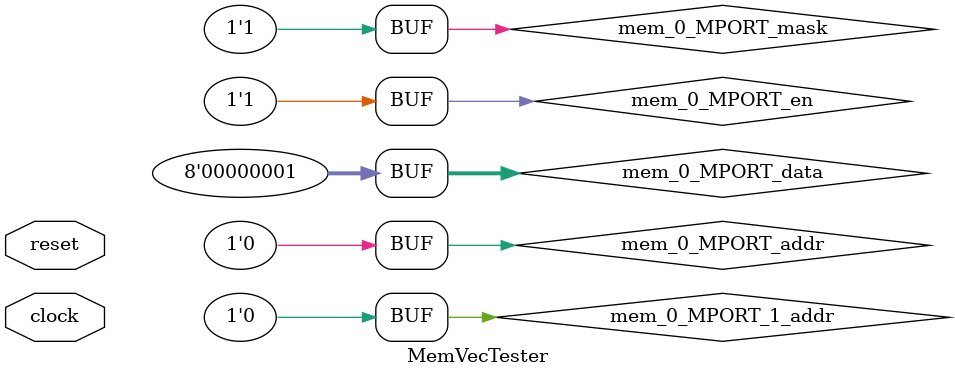
<source format=v>
module MemVecTester(
  input   clock,
  input   reset
);
`ifdef RANDOMIZE_MEM_INIT
  reg [31:0] _RAND_0;
`endif // RANDOMIZE_MEM_INIT
`ifdef RANDOMIZE_REG_INIT
  reg [31:0] _RAND_1;
`endif // RANDOMIZE_REG_INIT
  reg [7:0] mem_0 [0:1]; // @[Mem.scala 10:16]
  wire  mem_0_MPORT_1_en; // @[Mem.scala 10:16]
  wire  mem_0_MPORT_1_addr; // @[Mem.scala 10:16]
  wire [7:0] mem_0_MPORT_1_data; // @[Mem.scala 10:16]
  wire [7:0] mem_0_MPORT_data; // @[Mem.scala 10:16]
  wire  mem_0_MPORT_addr; // @[Mem.scala 10:16]
  wire  mem_0_MPORT_mask; // @[Mem.scala 10:16]
  wire  mem_0_MPORT_en; // @[Mem.scala 10:16]
  reg  cnt; // @[Counter.scala 62:40]
  wire  _wrap_value_T_1 = cnt + 1'h1; // @[Counter.scala 78:24]
  wire  _T_3 = ~reset; // @[Mem.scala 17:11]
  assign mem_0_MPORT_1_en = cnt;
  assign mem_0_MPORT_1_addr = 1'h0;
  assign mem_0_MPORT_1_data = mem_0[mem_0_MPORT_1_addr]; // @[Mem.scala 10:16]
  assign mem_0_MPORT_data = 8'h1;
  assign mem_0_MPORT_addr = 1'h0;
  assign mem_0_MPORT_mask = 1'h1;
  assign mem_0_MPORT_en = 1'h1;
  always @(posedge clock) begin
    if (mem_0_MPORT_en & mem_0_MPORT_mask) begin
      mem_0[mem_0_MPORT_addr] <= mem_0_MPORT_data; // @[Mem.scala 10:16]
    end
    if (reset) begin // @[Counter.scala 62:40]
      cnt <= 1'h0; // @[Counter.scala 62:40]
    end else begin
      cnt <= _wrap_value_T_1;
    end
    `ifndef SYNTHESIS
    `ifdef STOP_COND
      if (`STOP_COND) begin
    `endif
        if (cnt & ~reset & ~(mem_0_MPORT_1_data == 8'h1)) begin
          $fatal; // @[Mem.scala 17:11]
        end
    `ifdef STOP_COND
      end
    `endif
    `endif // SYNTHESIS
    `ifndef SYNTHESIS
    `ifdef PRINTF_COND
      if (`PRINTF_COND) begin
    `endif
        if (cnt & ~reset & ~(mem_0_MPORT_1_data == 8'h1)) begin
          $fwrite(32'h80000002,"Assertion failed\n    at Mem.scala:17 assert(mem.read(0.U)(0) === 1.U)\n"); // @[Mem.scala 17:11]
        end
    `ifdef PRINTF_COND
      end
    `endif
    `endif // SYNTHESIS
    `ifndef SYNTHESIS
    `ifdef STOP_COND
      if (`STOP_COND) begin
    `endif
        if (cnt & _T_3) begin
          $finish; // @[Mem.scala 18:9]
        end
    `ifdef STOP_COND
      end
    `endif
    `endif // SYNTHESIS
  end
// Register and memory initialization
`ifdef RANDOMIZE_GARBAGE_ASSIGN
`define RANDOMIZE
`endif
`ifdef RANDOMIZE_INVALID_ASSIGN
`define RANDOMIZE
`endif
`ifdef RANDOMIZE_REG_INIT
`define RANDOMIZE
`endif
`ifdef RANDOMIZE_MEM_INIT
`define RANDOMIZE
`endif
`ifndef RANDOM
`define RANDOM $random
`endif
`ifdef RANDOMIZE_MEM_INIT
  integer initvar;
`endif
`ifndef SYNTHESIS
`ifdef FIRRTL_BEFORE_INITIAL
`FIRRTL_BEFORE_INITIAL
`endif
initial begin
  `ifdef RANDOMIZE
    `ifdef INIT_RANDOM
      `INIT_RANDOM
    `endif
    `ifndef VERILATOR
      `ifdef RANDOMIZE_DELAY
        #`RANDOMIZE_DELAY begin end
      `else
        #0.002 begin end
      `endif
    `endif
`ifdef RANDOMIZE_MEM_INIT
  _RAND_0 = {1{`RANDOM}};
  for (initvar = 0; initvar < 2; initvar = initvar+1)
    mem_0[initvar] = _RAND_0[7:0];
`endif // RANDOMIZE_MEM_INIT
`ifdef RANDOMIZE_REG_INIT
  _RAND_1 = {1{`RANDOM}};
  cnt = _RAND_1[0:0];
`endif // RANDOMIZE_REG_INIT
  `endif // RANDOMIZE
end // initial
`ifdef FIRRTL_AFTER_INITIAL
`FIRRTL_AFTER_INITIAL
`endif
`endif // SYNTHESIS
endmodule

</source>
